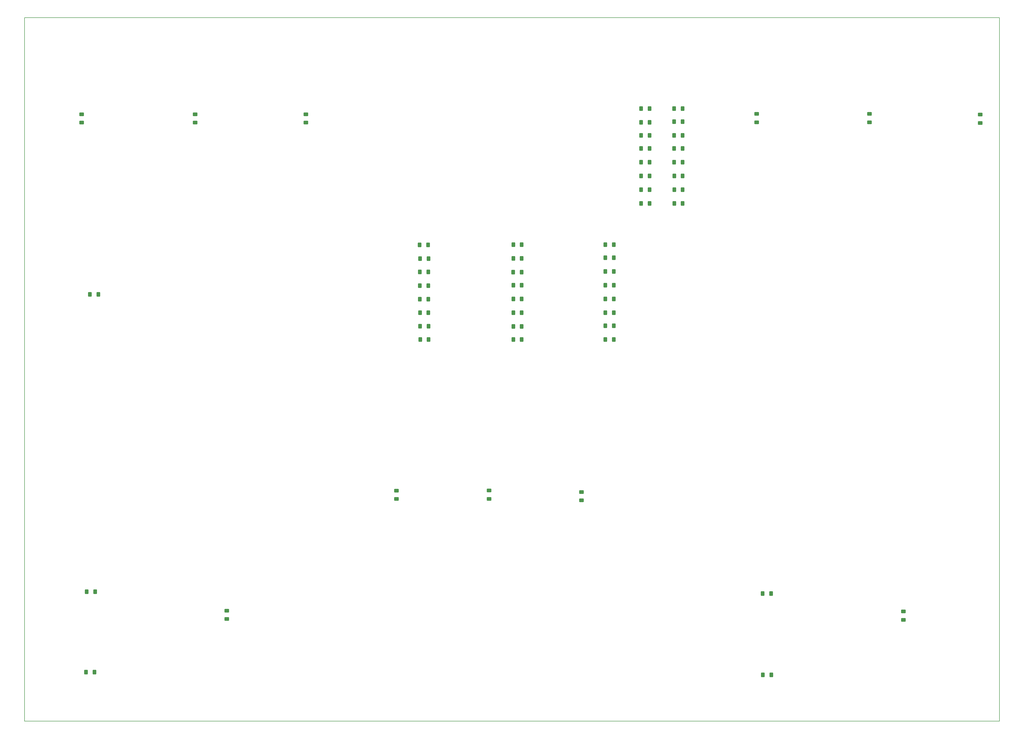
<source format=gbr>
%TF.GenerationSoftware,KiCad,Pcbnew,(5.99.0-11071-g7fde05e8ee)*%
%TF.CreationDate,2021-07-29T16:05:04+02:00*%
%TF.ProjectId,Mixduino,4d697864-7569-46e6-9f2e-6b696361645f,rev?*%
%TF.SameCoordinates,Original*%
%TF.FileFunction,Paste,Bot*%
%TF.FilePolarity,Positive*%
%FSLAX46Y46*%
G04 Gerber Fmt 4.6, Leading zero omitted, Abs format (unit mm)*
G04 Created by KiCad (PCBNEW (5.99.0-11071-g7fde05e8ee)) date 2021-07-29 16:05:04*
%MOMM*%
%LPD*%
G01*
G04 APERTURE LIST*
G04 Aperture macros list*
%AMRoundRect*
0 Rectangle with rounded corners*
0 $1 Rounding radius*
0 $2 $3 $4 $5 $6 $7 $8 $9 X,Y pos of 4 corners*
0 Add a 4 corners polygon primitive as box body*
4,1,4,$2,$3,$4,$5,$6,$7,$8,$9,$2,$3,0*
0 Add four circle primitives for the rounded corners*
1,1,$1+$1,$2,$3*
1,1,$1+$1,$4,$5*
1,1,$1+$1,$6,$7*
1,1,$1+$1,$8,$9*
0 Add four rect primitives between the rounded corners*
20,1,$1+$1,$2,$3,$4,$5,0*
20,1,$1+$1,$4,$5,$6,$7,0*
20,1,$1+$1,$6,$7,$8,$9,0*
20,1,$1+$1,$8,$9,$2,$3,0*%
G04 Aperture macros list end*
%TA.AperFunction,Profile*%
%ADD10C,0.150000*%
%TD*%
%ADD11RoundRect,0.250000X-0.400000X-0.625000X0.400000X-0.625000X0.400000X0.625000X-0.400000X0.625000X0*%
%ADD12RoundRect,0.250000X0.625000X-0.400000X0.625000X0.400000X-0.625000X0.400000X-0.625000X-0.400000X0*%
%ADD13RoundRect,0.250000X0.400000X0.625000X-0.400000X0.625000X-0.400000X-0.625000X0.400000X-0.625000X0*%
%ADD14RoundRect,0.250000X-0.625000X0.400000X-0.625000X-0.400000X0.625000X-0.400000X0.625000X0.400000X0*%
G04 APERTURE END LIST*
D10*
X479000000Y-311000000D02*
X119000000Y-311000000D01*
X119000000Y-311000000D02*
X119000000Y-51000000D01*
X479000000Y-51000000D02*
X479000000Y-311000000D01*
X119000000Y-51000000D02*
X479000000Y-51000000D01*
D11*
%TO.C,R1*%
X265090000Y-169926000D03*
X268190000Y-169926000D03*
%TD*%
%TO.C,R52*%
X358850000Y-89408000D03*
X361950000Y-89408000D03*
%TD*%
D12*
%TO.C,R11*%
X140088000Y-89778000D03*
X140088000Y-86678000D03*
%TD*%
D11*
%TO.C,R21*%
X299450000Y-134874000D03*
X302550000Y-134874000D03*
%TD*%
%TO.C,R25*%
X391642000Y-293878000D03*
X394742000Y-293878000D03*
%TD*%
%TO.C,R50*%
X358850000Y-99314000D03*
X361950000Y-99314000D03*
%TD*%
D13*
%TO.C,NPR1*%
X146250000Y-153240000D03*
X143150000Y-153240000D03*
%TD*%
D11*
%TO.C,R26*%
X391531000Y-263774000D03*
X394631000Y-263774000D03*
%TD*%
%TO.C,R34*%
X333450000Y-149860000D03*
X336550000Y-149860000D03*
%TD*%
%TO.C,R14*%
X299450000Y-169926000D03*
X302550000Y-169926000D03*
%TD*%
%TO.C,R37*%
X333476000Y-134874000D03*
X336576000Y-134874000D03*
%TD*%
%TO.C,R43*%
X346684000Y-94488000D03*
X349784000Y-94488000D03*
%TD*%
%TO.C,R45*%
X346684000Y-84582000D03*
X349784000Y-84582000D03*
%TD*%
D12*
%TO.C,R55*%
X443490000Y-273540000D03*
X443490000Y-270440000D03*
%TD*%
D11*
%TO.C,R38*%
X346684000Y-119634000D03*
X349784000Y-119634000D03*
%TD*%
%TO.C,R41*%
X346684000Y-104394000D03*
X349784000Y-104394000D03*
%TD*%
%TO.C,R7*%
X265036000Y-140030000D03*
X268136000Y-140030000D03*
%TD*%
%TO.C,R4*%
X264966000Y-155000000D03*
X268066000Y-155000000D03*
%TD*%
%TO.C,R32*%
X333450000Y-160020000D03*
X336550000Y-160020000D03*
%TD*%
%TO.C,R48*%
X358902000Y-109474000D03*
X362002000Y-109474000D03*
%TD*%
D14*
%TO.C,R27*%
X389286000Y-86556000D03*
X389286000Y-89656000D03*
%TD*%
D11*
%TO.C,R18*%
X299450000Y-149860000D03*
X302550000Y-149860000D03*
%TD*%
D12*
%TO.C,R22*%
X256286000Y-228880000D03*
X256286000Y-225780000D03*
%TD*%
%TO.C,R13*%
X222892000Y-89778000D03*
X222892000Y-86678000D03*
%TD*%
D11*
%TO.C,R42*%
X346684000Y-99314000D03*
X349784000Y-99314000D03*
%TD*%
%TO.C,R17*%
X299450000Y-154940000D03*
X302550000Y-154940000D03*
%TD*%
%TO.C,R40*%
X346684000Y-109474000D03*
X349784000Y-109474000D03*
%TD*%
%TO.C,R44*%
X346684000Y-89662000D03*
X349784000Y-89662000D03*
%TD*%
%TO.C,R19*%
X299440000Y-145034000D03*
X302540000Y-145034000D03*
%TD*%
%TO.C,R20*%
X299450000Y-139954000D03*
X302550000Y-139954000D03*
%TD*%
D14*
%TO.C,R54*%
X193655363Y-270155904D03*
X193655363Y-273255904D03*
%TD*%
D11*
%TO.C,R31*%
X333450000Y-164846000D03*
X336550000Y-164846000D03*
%TD*%
%TO.C,R33*%
X333450000Y-154940000D03*
X336550000Y-154940000D03*
%TD*%
%TO.C,R49*%
X358850000Y-104394000D03*
X361950000Y-104394000D03*
%TD*%
%TO.C,R3*%
X265016000Y-160040000D03*
X268116000Y-160040000D03*
%TD*%
%TO.C,R46*%
X358902000Y-119634000D03*
X362002000Y-119634000D03*
%TD*%
%TO.C,R16*%
X299450000Y-160020000D03*
X302550000Y-160020000D03*
%TD*%
%TO.C,R5*%
X264936000Y-150010000D03*
X268036000Y-150010000D03*
%TD*%
%TO.C,R2*%
X265066000Y-165010000D03*
X268166000Y-165010000D03*
%TD*%
%TO.C,R53*%
X358850000Y-84582000D03*
X361950000Y-84582000D03*
%TD*%
%TO.C,R30*%
X333450000Y-169926000D03*
X336550000Y-169926000D03*
%TD*%
%TO.C,R6*%
X264966000Y-144920000D03*
X268066000Y-144920000D03*
%TD*%
%TO.C,R8*%
X264896000Y-134960000D03*
X267996000Y-134960000D03*
%TD*%
D14*
%TO.C,R29*%
X471836000Y-86810000D03*
X471836000Y-89910000D03*
%TD*%
D12*
%TO.C,R24*%
X324612000Y-229388000D03*
X324612000Y-226288000D03*
%TD*%
D11*
%TO.C,R15*%
X299450000Y-165100000D03*
X302550000Y-165100000D03*
%TD*%
%TO.C,R36*%
X333476000Y-139700000D03*
X336576000Y-139700000D03*
%TD*%
D14*
%TO.C,R28*%
X430942000Y-86556000D03*
X430942000Y-89656000D03*
%TD*%
D11*
%TO.C,R9*%
X141706000Y-292862000D03*
X144806000Y-292862000D03*
%TD*%
%TO.C,R35*%
X333450000Y-144780000D03*
X336550000Y-144780000D03*
%TD*%
D12*
%TO.C,R12*%
X181998000Y-89778000D03*
X181998000Y-86678000D03*
%TD*%
D11*
%TO.C,R10*%
X141960000Y-263144000D03*
X145060000Y-263144000D03*
%TD*%
%TO.C,R51*%
X358850000Y-94488000D03*
X361950000Y-94488000D03*
%TD*%
%TO.C,R47*%
X358902000Y-114554000D03*
X362002000Y-114554000D03*
%TD*%
D14*
%TO.C,R23*%
X290550000Y-225710000D03*
X290550000Y-228810000D03*
%TD*%
D11*
%TO.C,R39*%
X346684000Y-114554000D03*
X349784000Y-114554000D03*
%TD*%
M02*

</source>
